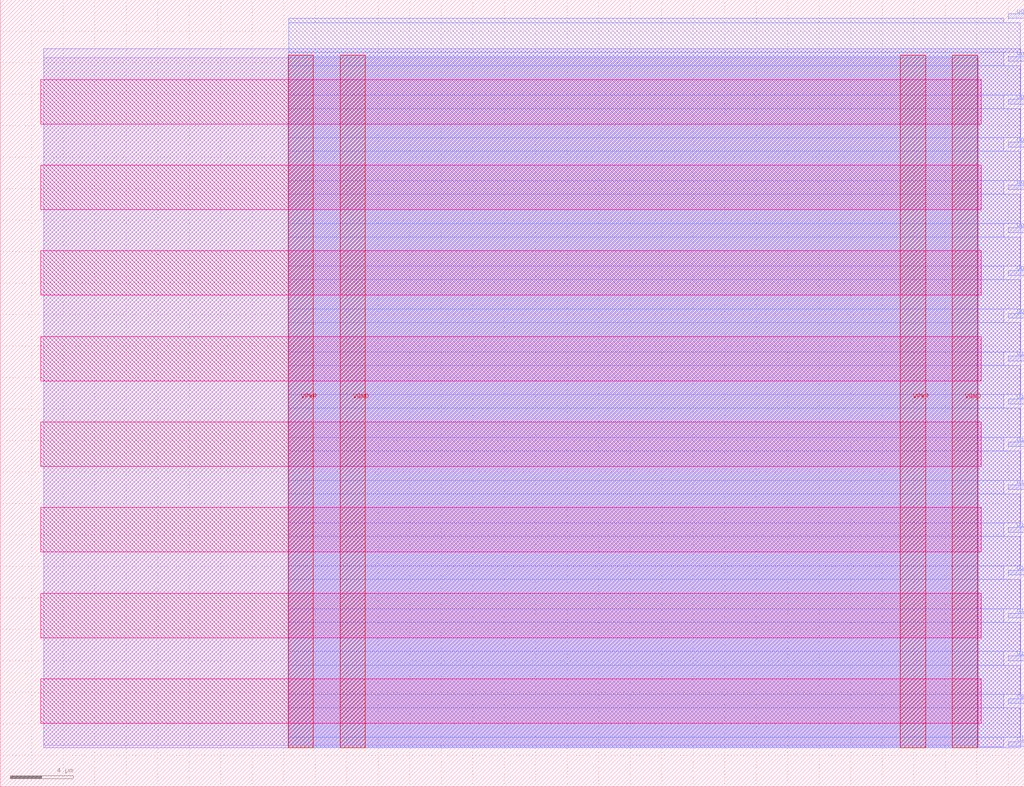
<source format=lef>
VERSION 5.7 ;
  NOWIREEXTENSIONATPIN ON ;
  DIVIDERCHAR "/" ;
  BUSBITCHARS "[]" ;
MACRO tt_um_microtile1
  CLASS BLOCK ;
  FOREIGN tt_um_microtile1 ;
  ORIGIN 0.000 0.000 ;
  SIZE 65.000 BY 50.000 ;
  PIN VGND
    DIRECTION INOUT ;
    USE GROUND ;
    PORT
      LAYER met4 ;
        RECT 21.580 2.480 23.180 46.480 ;
    END
    PORT
      LAYER met4 ;
        RECT 60.450 2.480 62.050 46.480 ;
    END
  END VGND
  PIN VPWR
    DIRECTION INOUT ;
    USE POWER ;
    PORT
      LAYER met4 ;
        RECT 18.280 2.480 19.880 46.480 ;
    END
    PORT
      LAYER met4 ;
        RECT 57.150 2.480 58.750 46.480 ;
    END
  END VPWR
  PIN clk
    DIRECTION INPUT ;
    USE SIGNAL ;
    ANTENNAGATEAREA 0.852000 ;
    PORT
      LAYER met2 ;
        RECT 64.000 2.570 65.000 2.870 ;
    END
  END clk
  PIN rst_n
    DIRECTION INPUT ;
    USE SIGNAL ;
    ANTENNAGATEAREA 0.213000 ;
    PORT
      LAYER met2 ;
        RECT 64.000 5.290 65.000 5.590 ;
    END
  END rst_n
  PIN ui_in[0]
    DIRECTION INPUT ;
    USE SIGNAL ;
    ANTENNAGATEAREA 0.196500 ;
    PORT
      LAYER met2 ;
        RECT 64.000 8.010 65.000 8.310 ;
    END
  END ui_in[0]
  PIN ui_in[1]
    DIRECTION INPUT ;
    USE SIGNAL ;
    ANTENNAGATEAREA 0.196500 ;
    PORT
      LAYER met2 ;
        RECT 64.000 10.730 65.000 11.030 ;
    END
  END ui_in[1]
  PIN ui_in[2]
    DIRECTION INPUT ;
    USE SIGNAL ;
    ANTENNAGATEAREA 0.196500 ;
    PORT
      LAYER met2 ;
        RECT 64.000 13.450 65.000 13.750 ;
    END
  END ui_in[2]
  PIN ui_in[3]
    DIRECTION INPUT ;
    USE SIGNAL ;
    ANTENNAGATEAREA 0.196500 ;
    PORT
      LAYER met2 ;
        RECT 64.000 16.170 65.000 16.470 ;
    END
  END ui_in[3]
  PIN ui_in[4]
    DIRECTION INPUT ;
    USE SIGNAL ;
    ANTENNAGATEAREA 0.196500 ;
    PORT
      LAYER met2 ;
        RECT 64.000 18.890 65.000 19.190 ;
    END
  END ui_in[4]
  PIN ui_in[5]
    DIRECTION INPUT ;
    USE SIGNAL ;
    ANTENNAGATEAREA 0.196500 ;
    PORT
      LAYER met2 ;
        RECT 64.000 21.610 65.000 21.910 ;
    END
  END ui_in[5]
  PIN ui_in[6]
    DIRECTION INPUT ;
    USE SIGNAL ;
    ANTENNAGATEAREA 0.196500 ;
    PORT
      LAYER met2 ;
        RECT 64.000 24.330 65.000 24.630 ;
    END
  END ui_in[6]
  PIN ui_in[7]
    DIRECTION INPUT ;
    USE SIGNAL ;
    ANTENNAGATEAREA 0.196500 ;
    PORT
      LAYER met2 ;
        RECT 64.000 27.050 65.000 27.350 ;
    END
  END ui_in[7]
  PIN uo_out[0]
    DIRECTION OUTPUT ;
    USE SIGNAL ;
    ANTENNADIFFAREA 0.891000 ;
    PORT
      LAYER met2 ;
        RECT 64.000 29.770 65.000 30.070 ;
    END
  END uo_out[0]
  PIN uo_out[1]
    DIRECTION OUTPUT ;
    USE SIGNAL ;
    ANTENNADIFFAREA 0.891000 ;
    PORT
      LAYER met2 ;
        RECT 64.000 32.490 65.000 32.790 ;
    END
  END uo_out[1]
  PIN uo_out[2]
    DIRECTION OUTPUT ;
    USE SIGNAL ;
    ANTENNADIFFAREA 0.891000 ;
    PORT
      LAYER met2 ;
        RECT 64.000 35.210 65.000 35.510 ;
    END
  END uo_out[2]
  PIN uo_out[3]
    DIRECTION OUTPUT ;
    USE SIGNAL ;
    ANTENNADIFFAREA 0.891000 ;
    PORT
      LAYER met2 ;
        RECT 64.000 37.930 65.000 38.230 ;
    END
  END uo_out[3]
  PIN uo_out[4]
    DIRECTION OUTPUT ;
    USE SIGNAL ;
    ANTENNADIFFAREA 0.891000 ;
    PORT
      LAYER met2 ;
        RECT 64.000 40.650 65.000 40.950 ;
    END
  END uo_out[4]
  PIN uo_out[5]
    DIRECTION OUTPUT ;
    USE SIGNAL ;
    ANTENNADIFFAREA 0.445500 ;
    PORT
      LAYER met2 ;
        RECT 64.000 43.370 65.000 43.670 ;
    END
  END uo_out[5]
  PIN uo_out[6]
    DIRECTION OUTPUT ;
    USE SIGNAL ;
    ANTENNADIFFAREA 0.445500 ;
    PORT
      LAYER met2 ;
        RECT 64.000 46.090 65.000 46.390 ;
    END
  END uo_out[6]
  PIN uo_out[7]
    DIRECTION OUTPUT ;
    USE SIGNAL ;
    ANTENNADIFFAREA 0.445500 ;
    PORT
      LAYER met2 ;
        RECT 64.000 48.810 65.000 49.110 ;
    END
  END uo_out[7]
  OBS
      LAYER nwell ;
        RECT 2.570 42.105 62.290 44.935 ;
        RECT 2.570 36.665 62.290 39.495 ;
        RECT 2.570 31.225 62.290 34.055 ;
        RECT 2.570 25.785 62.290 28.615 ;
        RECT 2.570 20.345 62.290 23.175 ;
        RECT 2.570 14.905 62.290 17.735 ;
        RECT 2.570 9.465 62.290 12.295 ;
        RECT 2.570 4.025 62.290 6.855 ;
      LAYER li1 ;
        RECT 2.760 2.635 62.100 46.325 ;
      LAYER met1 ;
        RECT 2.760 2.480 64.790 46.880 ;
      LAYER met2 ;
        RECT 18.310 48.530 63.720 48.810 ;
        RECT 18.310 46.670 64.760 48.530 ;
        RECT 18.310 45.810 63.720 46.670 ;
        RECT 18.310 43.950 64.760 45.810 ;
        RECT 18.310 43.090 63.720 43.950 ;
        RECT 18.310 41.230 64.760 43.090 ;
        RECT 18.310 40.370 63.720 41.230 ;
        RECT 18.310 38.510 64.760 40.370 ;
        RECT 18.310 37.650 63.720 38.510 ;
        RECT 18.310 35.790 64.760 37.650 ;
        RECT 18.310 34.930 63.720 35.790 ;
        RECT 18.310 33.070 64.760 34.930 ;
        RECT 18.310 32.210 63.720 33.070 ;
        RECT 18.310 30.350 64.760 32.210 ;
        RECT 18.310 29.490 63.720 30.350 ;
        RECT 18.310 27.630 64.760 29.490 ;
        RECT 18.310 26.770 63.720 27.630 ;
        RECT 18.310 24.910 64.760 26.770 ;
        RECT 18.310 24.050 63.720 24.910 ;
        RECT 18.310 22.190 64.760 24.050 ;
        RECT 18.310 21.330 63.720 22.190 ;
        RECT 18.310 19.470 64.760 21.330 ;
        RECT 18.310 18.610 63.720 19.470 ;
        RECT 18.310 16.750 64.760 18.610 ;
        RECT 18.310 15.890 63.720 16.750 ;
        RECT 18.310 14.030 64.760 15.890 ;
        RECT 18.310 13.170 63.720 14.030 ;
        RECT 18.310 11.310 64.760 13.170 ;
        RECT 18.310 10.450 63.720 11.310 ;
        RECT 18.310 8.590 64.760 10.450 ;
        RECT 18.310 7.730 63.720 8.590 ;
        RECT 18.310 5.870 64.760 7.730 ;
        RECT 18.310 5.010 63.720 5.870 ;
        RECT 18.310 3.150 64.760 5.010 ;
        RECT 18.310 2.535 63.720 3.150 ;
      LAYER met3 ;
        RECT 18.290 2.555 62.040 46.405 ;
  END
END tt_um_microtile1
END LIBRARY


</source>
